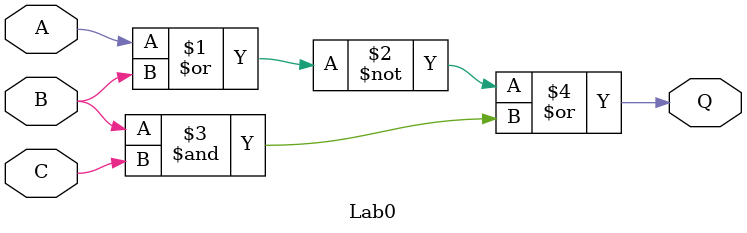
<source format=sv>
`timescale 1ns / 1ps


module Lab0(
    input A,
    input B,
    input C,
    output Q
    );
    
    assign Q = ~(A | B) | (B & C);
endmodule

</source>
